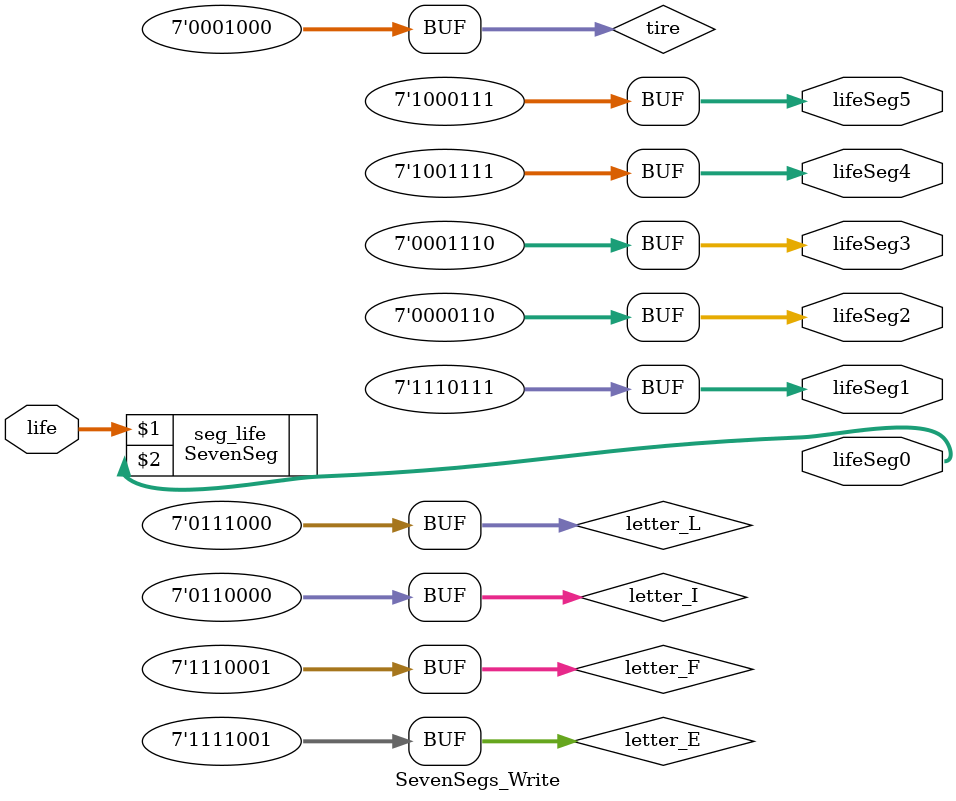
<source format=v>
	
	/*
 * 
 * ---------------------
 * Autor: Beyza AYVACIKLI
 
 * Date: 14.04.2022
 *
 * Seven Segment written code. 
 * It designed for only the space game.
 * It includes the one sub-module, 
 *       which basiclly general using design and was designed with logical gates.   
 * It is for write life for gamer on the Seven Segment
 * ------------
 
 *
 */

 module SevenSegs_Write(
	
	//the input, which showing how much playing life the player has left 
	input  [3:0] life,
	// They are for the seven segment
	output [6:0] lifeSeg0,
	output [6:0] lifeSeg1,
	output [6:0] lifeSeg2,
	output [6:0] lifeSeg3,
	output [6:0] lifeSeg4,
	output [6:0] lifeSeg5

 );
 
	// According to DE1-SoC_User_manual
	// 'L' value for seven segment
	reg [6:0] letter_L = 7'b0111000; 
	// 'I' value for seven segment
	reg [6:0] letter_I = 7'b0110000; 
	// 'F' value for seven segment
	reg [6:0] letter_F = 7'b1110001;
	// 'E' value for seven segment
	reg [6:0] letter_E = 7'b1111001; 
	// '_' value for seven segment
	reg [6:0] tire = 7'b0001000; 

	//If we use the BCD MOdule we should use next wire values.
	//wire hundreds_level,tens_level, ones_level, hundreds_life,tens_life, ones_life;
	 	 
	assign lifeSeg5=~letter_L;
	assign lifeSeg4=~letter_I;	
	assign lifeSeg3=~letter_F;
	assign lifeSeg2=~letter_E;
	assign lifeSeg1=~tire;
	
	//BCD BCD_life(life,hundreds_life,tens_life, ones_life);
	//Normally BDC converter should be used firstly; 
	//however, life weight is 4 bit since it can be input directly for SevenSeg Module.
	SevenSeg seg_life(life,lifeSeg0);
	
 endmodule
	
</source>
